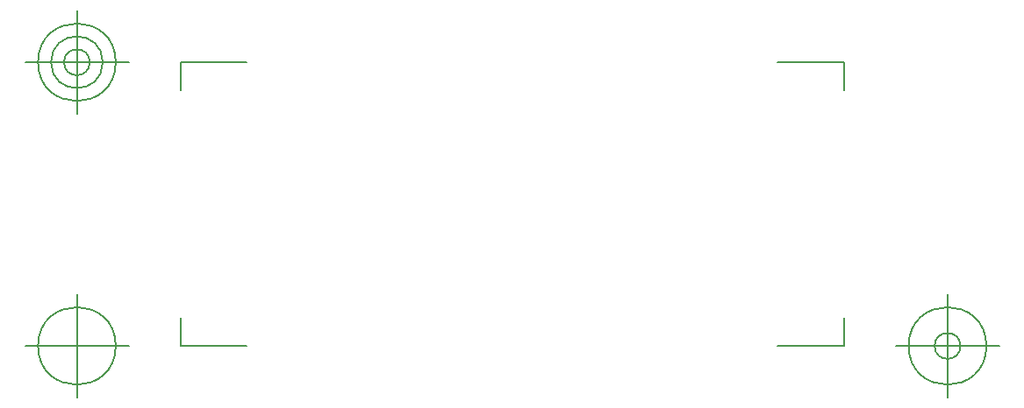
<source format=gbr>
G04 Generated by Ultiboard 14.1 *
%FSLAX34Y34*%
%MOMM*%

%ADD10C,0.0001*%
%ADD11C,0.1270*%


G04 ColorRGB FF14FF for the following layer *
%LNSilkscreen Bottom*%
%LPD*%
G54D10*
G54D11*
X-2540Y-2540D02*
X-2540Y24892D01*
X-2540Y-2540D02*
X61468Y-2540D01*
X637540Y-2540D02*
X573532Y-2540D01*
X637540Y-2540D02*
X637540Y24892D01*
X637540Y271780D02*
X637540Y244348D01*
X637540Y271780D02*
X573532Y271780D01*
X-2540Y271780D02*
X61468Y271780D01*
X-2540Y271780D02*
X-2540Y244348D01*
X-52540Y-2540D02*
X-152540Y-2540D01*
X-102540Y-52540D02*
X-102540Y47460D01*
X-140040Y-2540D02*
G75*
D01*
G02X-140040Y-2540I37500J0*
G01*
X687540Y-2540D02*
X787540Y-2540D01*
X737540Y-52540D02*
X737540Y47460D01*
X700040Y-2540D02*
G75*
D01*
G02X700040Y-2540I37500J0*
G01*
X725040Y-2540D02*
G75*
D01*
G02X725040Y-2540I12500J0*
G01*
X-52540Y271780D02*
X-152540Y271780D01*
X-102540Y221780D02*
X-102540Y321780D01*
X-140040Y271780D02*
G75*
D01*
G02X-140040Y271780I37500J0*
G01*
X-127540Y271780D02*
G75*
D01*
G02X-127540Y271780I25000J0*
G01*
X-115040Y271780D02*
G75*
D01*
G02X-115040Y271780I12500J0*
G01*

M02*

</source>
